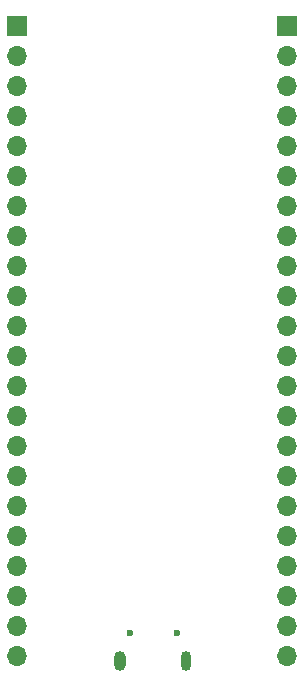
<source format=gbr>
%TF.GenerationSoftware,KiCad,Pcbnew,8.0.8*%
%TF.CreationDate,2025-04-17T09:07:28-03:00*%
%TF.ProjectId,ESP32_DevBoard_Minimal_Electgpl,45535033-325f-4446-9576-426f6172645f,rev?*%
%TF.SameCoordinates,Original*%
%TF.FileFunction,Soldermask,Bot*%
%TF.FilePolarity,Negative*%
%FSLAX46Y46*%
G04 Gerber Fmt 4.6, Leading zero omitted, Abs format (unit mm)*
G04 Created by KiCad (PCBNEW 8.0.8) date 2025-04-17 09:07:28*
%MOMM*%
%LPD*%
G01*
G04 APERTURE LIST*
%ADD10C,0.600000*%
%ADD11O,1.000000X1.700000*%
%ADD12O,0.850000X1.700000*%
%ADD13R,1.700000X1.700000*%
%ADD14O,1.700000X1.700000*%
G04 APERTURE END LIST*
D10*
%TO.C,J1*%
X146152748Y-126123200D03*
X150152748Y-126123200D03*
D11*
X145327748Y-128473200D03*
D12*
X150977748Y-128473200D03*
%TD*%
D13*
%TO.C,J3*%
X159512748Y-74752200D03*
D14*
X159512748Y-77292200D03*
X159512748Y-79832200D03*
X159512748Y-82372200D03*
X159512748Y-84912200D03*
X159512748Y-87452200D03*
X159512748Y-89992200D03*
X159512748Y-92532200D03*
X159512748Y-95072200D03*
X159512748Y-97612200D03*
X159512748Y-100152200D03*
X159512748Y-102692200D03*
X159512748Y-105232200D03*
X159512748Y-107772200D03*
X159512748Y-110312200D03*
X159512748Y-112852200D03*
X159512748Y-115392200D03*
X159512748Y-117932200D03*
X159512748Y-120472200D03*
X159512748Y-123012200D03*
X159512748Y-125552200D03*
X159512748Y-128092200D03*
%TD*%
D13*
%TO.C,J2*%
X136652748Y-74752200D03*
D14*
X136652748Y-77292200D03*
X136652748Y-79832200D03*
X136652748Y-82372200D03*
X136652748Y-84912200D03*
X136652748Y-87452200D03*
X136652748Y-89992200D03*
X136652748Y-92532200D03*
X136652748Y-95072200D03*
X136652748Y-97612200D03*
X136652748Y-100152200D03*
X136652748Y-102692200D03*
X136652748Y-105232200D03*
X136652748Y-107772200D03*
X136652748Y-110312200D03*
X136652748Y-112852200D03*
X136652748Y-115392200D03*
X136652748Y-117932200D03*
X136652748Y-120472200D03*
X136652748Y-123012200D03*
X136652748Y-125552200D03*
X136652748Y-128092200D03*
%TD*%
M02*

</source>
